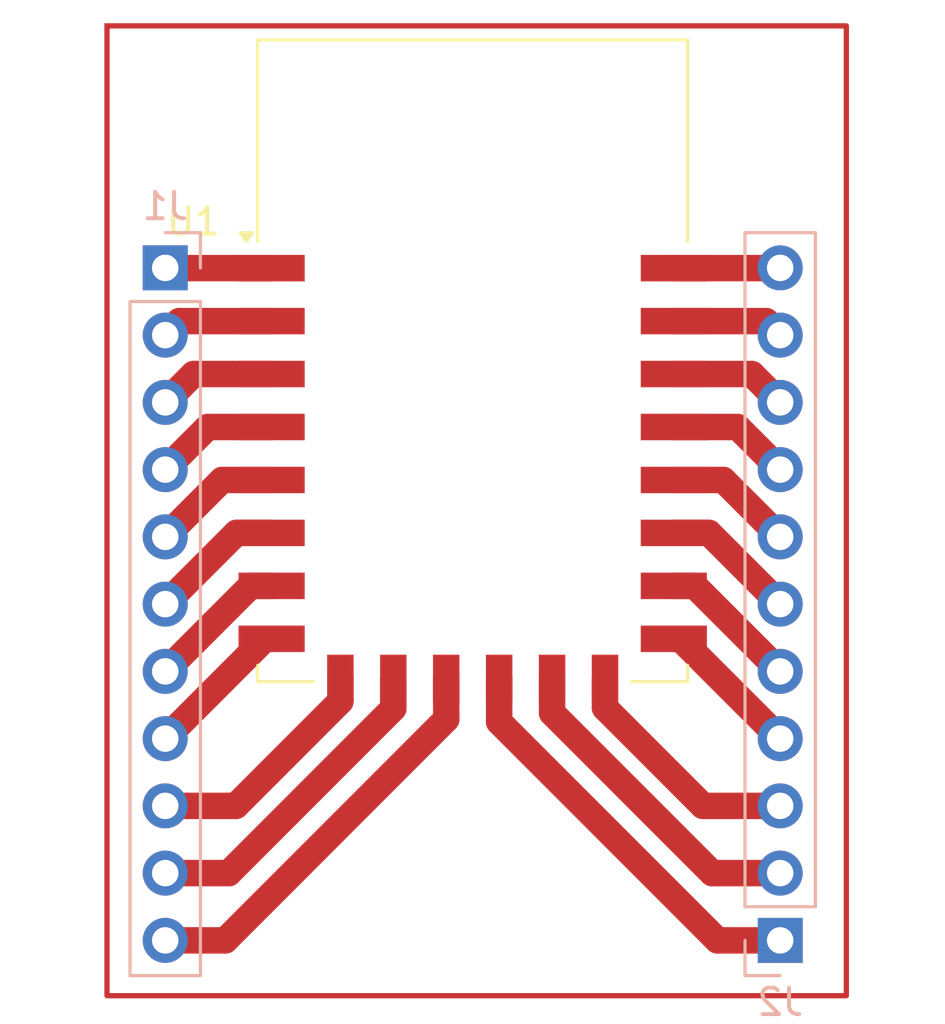
<source format=kicad_pcb>
(kicad_pcb (version 20240108) (generator "pcbnew") (generator_version "8.0")
  (layers (0 "F.Cu" signal) (31 "B.Cu" signal) (34 "B.Paste" user) (35 "F.Paste" user) (36 "B.SilkS" user "B.Silkscreen") (37 "F.SilkS" user "F.Silkscreen") (38 "B.Mask" user) (39 "F.Mask" user) (44 "Edge.Cuts" user))
  (net 0 "")
  (net 1 "/VCC")
  (net 2 "/RST")
  (net 3 "/GPIO12")
  (net 4 "/CS0")
  (net 5 "/GPIO9")
  (net 6 "/SCLK")
  (net 7 "/GPIO13")
  (net 8 "/ADC")
  (net 9 "/EN")
  (net 10 "/GPIO16")
  (net 11 "/GPIO14")
  (net 12 "/MISO")
  (net 13 "/GND")
  (net 14 "/GPIO0")
  (net 15 "/GPIO1{slash}TXD")
  (net 16 "/MOSI")
  (net 17 "/GPIO4")
  (net 18 "/GPIO3{slash}RXD")
  (net 19 "/GPIO10")
  (net 20 "/GPIO2")
  (net 21 "/GPIO5")
  (net 22 "/GPIO15")
  (footprint "RF_Module:ESP-12E" (layer "F.Cu") (at 53.37 45.37)
    (property "Reference" "U1" (at -10.56 -5.26 0) (layer "F.SilkS"))
    (property "Value" "ESP-12F")
    (fp_line (start -8.12 -12.12) (end 8.12 -12.12) (stroke (width 0.12)) (layer "F.SilkS"))
    (fp_line (start -8.12 -4.5) (end -8.12 -12.12) (stroke (width 0.12)) (layer "F.SilkS"))
    (fp_line (start -8.12 12.12) (end -8.12 11.5) (stroke (width 0.12)) (layer "F.SilkS"))
    (fp_line (start -6 12.12) (end -8.12 12.12) (stroke (width 0.12)) (layer "F.SilkS"))
    (fp_line (start 8.12 -12.12) (end 8.12 -4.5) (stroke (width 0.12)) (layer "F.SilkS"))
    (fp_line (start 8.12 11.5) (end 8.12 12.12) (stroke (width 0.12)) (layer "F.SilkS"))
    (fp_line (start 8.12 12.12) (end 6 12.12) (stroke (width 0.12)) (layer "F.SilkS"))
    (fp_poly (pts (xy -8.55 -4.5) (xy -8.79 -4.836) (xy -8.31 -4.836) (xy -8.55 -4.5)) (stroke (width 0.12)) (fill solid) (layer "F.SilkS"))
    (pad "1" smd rect (at -7.6 -3.5) (size 2.5 1) (layers "F.Cu" "F.Paste" "F.Mask") (net 2 "/RST"))
    (pad "2" smd rect (at -7.6 -1.5) (size 2.5 1) (layers "F.Cu" "F.Paste" "F.Mask") (net 8 "/ADC"))
    (pad "3" smd rect (at -7.6 0.5) (size 2.5 1) (layers "F.Cu" "F.Paste" "F.Mask") (net 9 "/EN"))
    (pad "4" smd rect (at -7.6 2.5) (size 2.5 1) (layers "F.Cu" "F.Paste" "F.Mask") (net 10 "/GPIO16"))
    (pad "5" smd rect (at -7.6 4.5) (size 2.5 1) (layers "F.Cu" "F.Paste" "F.Mask") (net 11 "/GPIO14"))
    (pad "6" smd rect (at -7.6 6.5) (size 2.5 1) (layers "F.Cu" "F.Paste" "F.Mask") (net 3 "/GPIO12"))
    (pad "7" smd rect (at -7.6 8.5) (size 2.5 1) (layers "F.Cu" "F.Paste" "F.Mask") (net 7 "/GPIO13"))
    (pad "8" smd rect (at -7.6 10.5) (size 2.5 1) (layers "F.Cu" "F.Paste" "F.Mask") (net 1 "/VCC"))
    (pad "9" smd rect (at -5 12) (size 1 1.8) (layers "F.Cu" "F.Paste" "F.Mask") (net 4 "/CS0"))
    (pad "10" smd rect (at -3 12) (size 1 1.8) (layers "F.Cu" "F.Paste" "F.Mask") (net 12 "/MISO"))
    (pad "11" smd rect (at -1 12) (size 1 1.8) (layers "F.Cu" "F.Paste" "F.Mask") (net 5 "/GPIO9"))
    (pad "12" smd rect (at 1 12) (size 1 1.8) (layers "F.Cu" "F.Paste" "F.Mask") (net 19 "/GPIO10"))
    (pad "13" smd rect (at 3 12) (size 1 1.8) (layers "F.Cu" "F.Paste" "F.Mask") (net 16 "/MOSI"))
    (pad "14" smd rect (at 5 12) (size 1 1.8) (layers "F.Cu" "F.Paste" "F.Mask") (net 6 "/SCLK"))
    (pad "15" smd rect (at 7.6 10.5) (size 2.5 1) (layers "F.Cu" "F.Paste" "F.Mask") (net 13 "/GND"))
    (pad "16" smd rect (at 7.6 8.5) (size 2.5 1) (layers "F.Cu" "F.Paste" "F.Mask") (net 22 "/GPIO15"))
    (pad "17" smd rect (at 7.6 6.5) (size 2.5 1) (layers "F.Cu" "F.Paste" "F.Mask") (net 20 "/GPIO2"))
    (pad "18" smd rect (at 7.6 4.5) (size 2.5 1) (layers "F.Cu" "F.Paste" "F.Mask") (net 14 "/GPIO0"))
    (pad "19" smd rect (at 7.6 2.5) (size 2.5 1) (layers "F.Cu" "F.Paste" "F.Mask") (net 17 "/GPIO4"))
    (pad "20" smd rect (at 7.6 0.5) (size 2.5 1) (layers "F.Cu" "F.Paste" "F.Mask") (net 21 "/GPIO5"))
    (pad "21" smd rect (at 7.6 -1.5) (size 2.5 1) (layers "F.Cu" "F.Paste" "F.Mask") (net 18 "/GPIO3{slash}RXD"))
    (pad "22" smd rect (at 7.6 -3.5) (size 2.5 1) (layers "F.Cu" "F.Paste" "F.Mask") (net 15 "/GPIO1{slash}TXD"))
  )
  (footprint "Connector_PinHeader_2.54mm:PinHeader_1x11_P2.54mm_Vertical" (layer "B.Cu") (at 41.75 41.86 180)
    (property "Reference" "J1" (at 0 2.33 180) (layer "B.SilkS") (effects (justify mirror)))
    (property "Value" "Conn_01x11_Pin")
    (fp_line (start 1.33 -1.27) (end -1.33 -1.27) (stroke (width 0.12)) (layer "B.SilkS"))
    (fp_line (start 1.33 -26.73) (end 1.33 -1.27) (stroke (width 0.12)) (layer "B.SilkS"))
    (fp_line (start 1.33 -26.73) (end -1.33 -26.73) (stroke (width 0.12)) (layer "B.SilkS"))
    (fp_line (start 0 1.33) (end -1.33 1.33) (stroke (width 0.12)) (layer "B.SilkS"))
    (fp_line (start -1.33 1.33) (end -1.33 0) (stroke (width 0.12)) (layer "B.SilkS"))
    (fp_line (start -1.33 -26.73) (end -1.33 -1.27) (stroke (width 0.12)) (layer "B.SilkS"))
    (pad "1" thru_hole rect (at 0 0 180) (size 1.7 1.7) (drill 1) (layers "*.Cu" "*.Mask") (net 2 "/RST"))
    (pad "2" thru_hole oval (at 0 -2.54 180) (size 1.7 1.7) (drill 1) (layers "*.Cu" "*.Mask") (net 8 "/ADC"))
    (pad "3" thru_hole oval (at 0 -5.08 180) (size 1.7 1.7) (drill 1) (layers "*.Cu" "*.Mask") (net 9 "/EN"))
    (pad "4" thru_hole oval (at 0 -7.62 180) (size 1.7 1.7) (drill 1) (layers "*.Cu" "*.Mask") (net 10 "/GPIO16"))
    (pad "5" thru_hole oval (at 0 -10.16 180) (size 1.7 1.7) (drill 1) (layers "*.Cu" "*.Mask") (net 11 "/GPIO14"))
    (pad "6" thru_hole oval (at 0 -12.7 180) (size 1.7 1.7) (drill 1) (layers "*.Cu" "*.Mask") (net 3 "/GPIO12"))
    (pad "7" thru_hole oval (at 0 -15.24 180) (size 1.7 1.7) (drill 1) (layers "*.Cu" "*.Mask") (net 7 "/GPIO13"))
    (pad "8" thru_hole oval (at 0 -17.78 180) (size 1.7 1.7) (drill 1) (layers "*.Cu" "*.Mask") (net 1 "/VCC"))
    (pad "9" thru_hole oval (at 0 -20.32 180) (size 1.7 1.7) (drill 1) (layers "*.Cu" "*.Mask") (net 4 "/CS0"))
    (pad "10" thru_hole oval (at 0 -22.86 180) (size 1.7 1.7) (drill 1) (layers "*.Cu" "*.Mask") (net 12 "/MISO"))
    (pad "11" thru_hole oval (at 0 -25.4 180) (size 1.7 1.7) (drill 1) (layers "*.Cu" "*.Mask") (net 5 "/GPIO9"))
  )
  (footprint "Connector_PinHeader_2.54mm:PinHeader_1x11_P2.54mm_Vertical" (layer "B.Cu") (at 64.99 67.26)
    (property "Reference" "J2" (at 0 2.33 360) (layer "B.SilkS") (effects (justify mirror)))
    (property "Value" "Conn_01x11_Pin")
    (fp_line (start -1.33 -26.73) (end -1.33 -1.27) (stroke (width 0.12)) (layer "B.SilkS"))
    (fp_line (start -1.33 1.33) (end -1.33 0) (stroke (width 0.12)) (layer "B.SilkS"))
    (fp_line (start 0 1.33) (end -1.33 1.33) (stroke (width 0.12)) (layer "B.SilkS"))
    (fp_line (start 1.33 -26.73) (end -1.33 -26.73) (stroke (width 0.12)) (layer "B.SilkS"))
    (fp_line (start 1.33 -26.73) (end 1.33 -1.27) (stroke (width 0.12)) (layer "B.SilkS"))
    (fp_line (start 1.33 -1.27) (end -1.33 -1.27) (stroke (width 0.12)) (layer "B.SilkS"))
    (pad "1" thru_hole rect (at 0 0) (size 1.7 1.7) (drill 1) (layers "*.Cu" "*.Mask") (net 19 "/GPIO10"))
    (pad "2" thru_hole oval (at 0 -2.54) (size 1.7 1.7) (drill 1) (layers "*.Cu" "*.Mask") (net 16 "/MOSI"))
    (pad "3" thru_hole oval (at 0 -5.08) (size 1.7 1.7) (drill 1) (layers "*.Cu" "*.Mask") (net 6 "/SCLK"))
    (pad "4" thru_hole oval (at 0 -7.62) (size 1.7 1.7) (drill 1) (layers "*.Cu" "*.Mask") (net 13 "/GND"))
    (pad "5" thru_hole oval (at 0 -10.16) (size 1.7 1.7) (drill 1) (layers "*.Cu" "*.Mask") (net 22 "/GPIO15"))
    (pad "6" thru_hole oval (at 0 -12.7) (size 1.7 1.7) (drill 1) (layers "*.Cu" "*.Mask") (net 20 "/GPIO2"))
    (pad "7" thru_hole oval (at 0 -15.24) (size 1.7 1.7) (drill 1) (layers "*.Cu" "*.Mask") (net 14 "/GPIO0"))
    (pad "8" thru_hole oval (at 0 -17.78) (size 1.7 1.7) (drill 1) (layers "*.Cu" "*.Mask") (net 17 "/GPIO4"))
    (pad "9" thru_hole oval (at 0 -20.32) (size 1.7 1.7) (drill 1) (layers "*.Cu" "*.Mask") (net 21 "/GPIO5"))
    (pad "10" thru_hole oval (at 0 -22.86) (size 1.7 1.7) (drill 1) (layers "*.Cu" "*.Mask") (net 18 "/GPIO3{slash}RXD"))
    (pad "11" thru_hole oval (at 0 -25.4) (size 1.7 1.7) (drill 1) (layers "*.Cu" "*.Mask") (net 15 "/GPIO1{slash}TXD"))
  )
  (gr_rect (start 39.55 32.72) (end 67.49 69.35) (stroke (width 0.2)) (fill none) (layer "F.Cu"))
  (segment (start 45.52 55.87) (end 41.75 59.64) (width 1) (layer "F.Cu") (net 1))
  (segment (start 45.77 55.87) (end 45.52 55.87) (width 1) (layer "F.Cu") (net 1))
  (segment (start 45.77 41.87) (end 41.76 41.87) (width 1) (layer "F.Cu") (net 2))
  (segment (start 41.76 41.87) (end 41.75 41.86) (width 1) (layer "F.Cu") (net 2))
  (segment (start 44.44 51.87) (end 41.75 54.56) (width 1) (layer "F.Cu") (net 3))
  (segment (start 45.77 51.87) (end 44.44 51.87) (width 1) (layer "F.Cu") (net 3))
  (segment (start 48.37 57.37) (end 48.37 58.23) (width 1) (layer "F.Cu") (net 4))
  (segment (start 44.42 62.18) (end 41.75 62.18) (width 1) (layer "F.Cu") (net 4))
  (segment (start 48.37 58.23) (end 44.42 62.18) (width 1) (layer "F.Cu") (net 4))
  (segment (start 52.37 57.37) (end 52.37 58.91) (width 1) (layer "F.Cu") (net 5))
  (segment (start 44.02 67.26) (end 41.75 67.26) (width 1) (layer "F.Cu") (net 5))
  (segment (start 52.37 58.91) (end 44.02 67.26) (width 1) (layer "F.Cu") (net 5))
  (segment (start 62.07 62.18) (end 64.99 62.18) (width 1) (layer "F.Cu") (net 6))
  (segment (start 58.37 57.37) (end 58.37 58.48) (width 1) (layer "F.Cu") (net 6))
  (segment (start 58.37 58.48) (end 62.07 62.18) (width 1) (layer "F.Cu") (net 6))
  (segment (start 44.98 53.87) (end 41.75 57.1) (width 1) (layer "F.Cu") (net 7))
  (segment (start 45.77 53.87) (end 44.98 53.87) (width 1) (layer "F.Cu") (net 7))
  (segment (start 45.77 43.87) (end 42.28 43.87) (width 1) (layer "F.Cu") (net 8))
  (segment (start 42.28 43.87) (end 41.75 44.4) (width 1) (layer "F.Cu") (net 8))
  (segment (start 42.82 45.87) (end 41.75 46.94) (width 1) (layer "F.Cu") (net 9))
  (segment (start 45.77 45.87) (end 42.82 45.87) (width 1) (layer "F.Cu") (net 9))
  (segment (start 43.36 47.87) (end 41.75 49.48) (width 1) (layer "F.Cu") (net 10))
  (segment (start 45.77 47.87) (end 43.36 47.87) (width 1) (layer "F.Cu") (net 10))
  (segment (start 43.9 49.87) (end 41.75 52.02) (width 1) (layer "F.Cu") (net 11))
  (segment (start 45.77 49.87) (end 43.9 49.87) (width 1) (layer "F.Cu") (net 11))
  (segment (start 50.37 58.5) (end 44.15 64.72) (width 1) (layer "F.Cu") (net 12))
  (segment (start 44.15 64.72) (end 41.75 64.72) (width 1) (layer "F.Cu") (net 12))
  (segment (start 50.37 57.37) (end 50.37 58.5) (width 1) (layer "F.Cu") (net 12))
  (segment (start 60.97 55.87) (end 61.22 55.87) (width 1) (layer "F.Cu") (net 13))
  (segment (start 61.22 55.87) (end 64.99 59.64) (width 1) (layer "F.Cu") (net 13))
  (segment (start 60.97 49.87) (end 62.84 49.87) (width 1) (layer "F.Cu") (net 14))
  (segment (start 62.84 49.87) (end 64.99 52.02) (width 1) (layer "F.Cu") (net 14))
  (segment (start 60.97 41.87) (end 64.98 41.87) (width 1) (layer "F.Cu") (net 15))
  (segment (start 64.98 41.87) (end 64.99 41.86) (width 1) (layer "F.Cu") (net 15))
  (segment (start 56.37 58.67) (end 62.42 64.72) (width 1) (layer "F.Cu") (net 16))
  (segment (start 56.37 57.37) (end 56.37 58.67) (width 1) (layer "F.Cu") (net 16))
  (segment (start 62.42 64.72) (end 64.99 64.72) (width 1) (layer "F.Cu") (net 16))
  (segment (start 63.38 47.87) (end 64.99 49.48) (width 1) (layer "F.Cu") (net 17))
  (segment (start 60.97 47.87) (end 63.38 47.87) (width 1) (layer "F.Cu") (net 17))
  (segment (start 60.97 43.87) (end 64.46 43.87) (width 1) (layer "F.Cu") (net 18))
  (segment (start 64.46 43.87) (end 64.99 44.4) (width 1) (layer "F.Cu") (net 18))
  (segment (start 54.37 57.37) (end 54.37 59.01) (width 1) (layer "F.Cu") (net 19))
  (segment (start 62.62 67.26) (end 64.99 67.26) (width 1) (layer "F.Cu") (net 19))
  (segment (start 54.37 59.01) (end 62.62 67.26) (width 1) (layer "F.Cu") (net 19))
  (segment (start 60.97 51.87) (end 62.3 51.87) (width 1) (layer "F.Cu") (net 20))
  (segment (start 62.3 51.87) (end 64.99 54.56) (width 1) (layer "F.Cu") (net 20))
  (segment (start 60.97 45.87) (end 63.92 45.87) (width 1) (layer "F.Cu") (net 21))
  (segment (start 63.92 45.87) (end 64.99 46.94) (width 1) (layer "F.Cu") (net 21))
  (segment (start 61.76 53.87) (end 64.99 57.1) (width 1) (layer "F.Cu") (net 22))
  (segment (start 60.97 53.87) (end 61.76 53.87) (width 1) (layer "F.Cu") (net 22))
)
</source>
